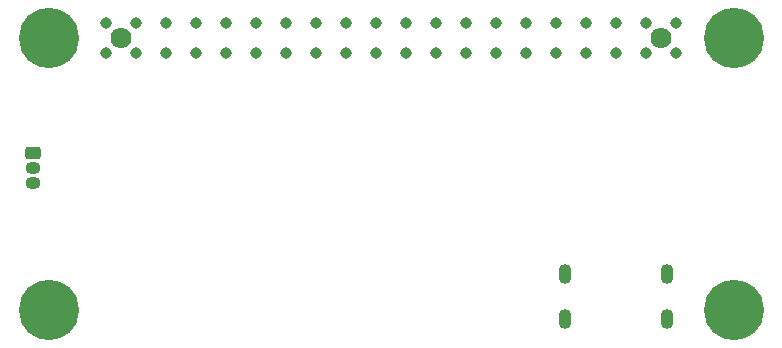
<source format=gbr>
%TF.GenerationSoftware,KiCad,Pcbnew,8.0.4*%
%TF.CreationDate,2024-09-21T11:57:22+02:00*%
%TF.ProjectId,soleil_powerpack,736f6c65-696c-45f7-906f-776572706163,rev?*%
%TF.SameCoordinates,Original*%
%TF.FileFunction,Soldermask,Bot*%
%TF.FilePolarity,Negative*%
%FSLAX46Y46*%
G04 Gerber Fmt 4.6, Leading zero omitted, Abs format (unit mm)*
G04 Created by KiCad (PCBNEW 8.0.4) date 2024-09-21 11:57:22*
%MOMM*%
%LPD*%
G01*
G04 APERTURE LIST*
G04 Aperture macros list*
%AMRoundRect*
0 Rectangle with rounded corners*
0 $1 Rounding radius*
0 $2 $3 $4 $5 $6 $7 $8 $9 X,Y pos of 4 corners*
0 Add a 4 corners polygon primitive as box body*
4,1,4,$2,$3,$4,$5,$6,$7,$8,$9,$2,$3,0*
0 Add four circle primitives for the rounded corners*
1,1,$1+$1,$2,$3*
1,1,$1+$1,$4,$5*
1,1,$1+$1,$6,$7*
1,1,$1+$1,$8,$9*
0 Add four rect primitives between the rounded corners*
20,1,$1+$1,$2,$3,$4,$5,0*
20,1,$1+$1,$4,$5,$6,$7,0*
20,1,$1+$1,$6,$7,$8,$9,0*
20,1,$1+$1,$8,$9,$2,$3,0*%
G04 Aperture macros list end*
%ADD10C,5.100000*%
%ADD11O,1.300000X1.050000*%
%ADD12RoundRect,0.249900X-0.400100X0.275100X-0.400100X-0.275100X0.400100X-0.275100X0.400100X0.275100X0*%
%ADD13C,0.970000*%
%ADD14C,1.780000*%
%ADD15O,1.100000X1.700000*%
G04 APERTURE END LIST*
D10*
%TO.C,H3*%
X179000000Y-53500000D03*
%TD*%
%TO.C,H2*%
X121000000Y-53500000D03*
%TD*%
%TO.C,H1*%
X121000000Y-76500000D03*
%TD*%
D11*
%TO.C,U5*%
X119700000Y-65770000D03*
X119700000Y-64500000D03*
D12*
X119700000Y-63230000D03*
%TD*%
D13*
%TO.C,J2*%
X125870000Y-52230000D03*
X125870000Y-54770000D03*
D14*
X127140000Y-53500000D03*
D13*
X128410000Y-52230000D03*
X128410000Y-54770000D03*
X130950000Y-52230000D03*
X130950000Y-54770000D03*
X133490000Y-52230000D03*
X133490000Y-54770000D03*
X136030000Y-52230000D03*
X136030000Y-54770000D03*
X138570000Y-52230000D03*
X138570000Y-54770000D03*
X141110000Y-52230000D03*
X141110000Y-54770000D03*
X143650000Y-52230000D03*
X143650000Y-54770000D03*
X146190000Y-52230000D03*
X146190000Y-54770000D03*
X148730000Y-52230000D03*
X148730000Y-54770000D03*
X151270000Y-52230000D03*
X151270000Y-54770000D03*
X153810000Y-52230000D03*
X153810000Y-54770000D03*
X156350000Y-52230000D03*
X156350000Y-54770000D03*
X158890000Y-52230000D03*
X158890000Y-54770000D03*
X161430000Y-52230000D03*
X161430000Y-54770000D03*
X163970000Y-52230000D03*
X163970000Y-54770000D03*
X166510000Y-52230000D03*
X166510000Y-54770000D03*
X169050000Y-52230000D03*
X169050000Y-54770000D03*
X171590000Y-52230000D03*
X171590000Y-54770000D03*
D14*
X172860000Y-53500000D03*
D13*
X174130000Y-52230000D03*
X174130000Y-54770000D03*
%TD*%
D10*
%TO.C,H4*%
X179000000Y-76500000D03*
%TD*%
D15*
%TO.C,J1*%
X173320000Y-77300000D03*
X173320000Y-73500000D03*
X164680000Y-77300000D03*
X164680000Y-73500000D03*
%TD*%
M02*

</source>
